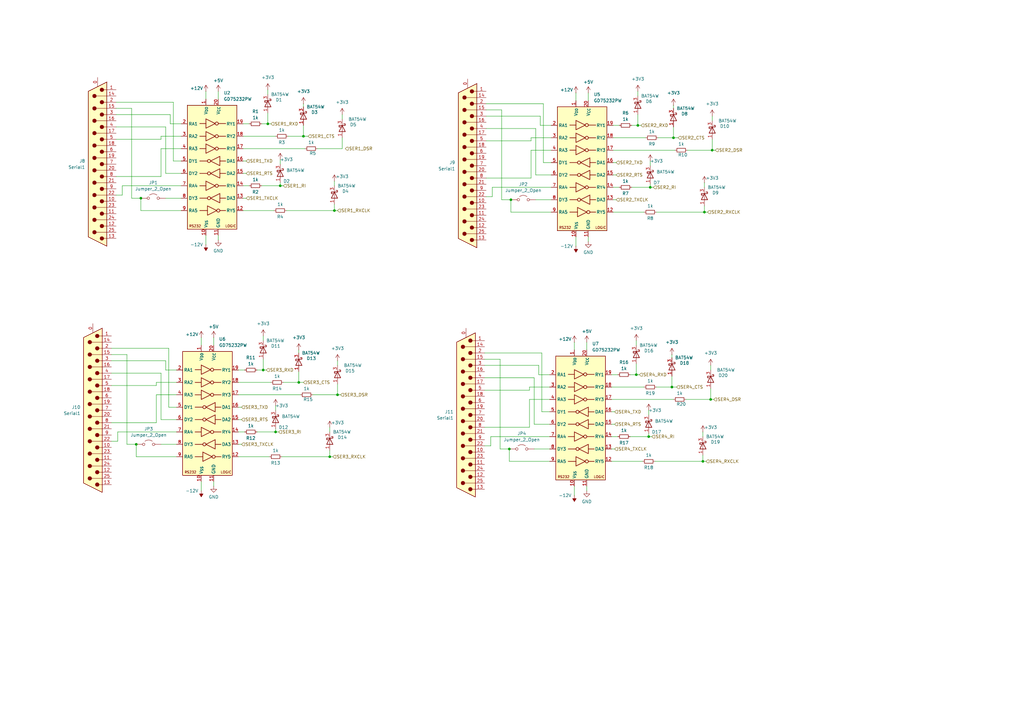
<source format=kicad_sch>
(kicad_sch (version 20231120) (generator "eeschema") (generator_version "8.0")
  (paper "A3")
  (lib_symbols
    (symbol "Connector:DB25_Plug_MountingHoles" (pin_names (offset 1.016) hide)
      (property "Reference" "J" (at 0 36.83 0))
      (property "Value" "DB25_Plug_MountingHoles" (at 0 34.925 0))
      (symbol "DB25_Plug_MountingHoles_0_1"
        (circle (center -1.778 -30.48) (radius 0.762) (fill (type outline)))
        (circle (center -1.778 -25.4) (radius 0.762) (fill (type outline)))
        (circle (center -1.778 -20.32) (radius 0.762) (fill (type outline)))
        (circle (center -1.778 -15.24) (radius 0.762) (fill (type outline)))
        (circle (center -1.778 -10.16) (radius 0.762) (fill (type outline)))
        (circle (center -1.778 -5.08) (radius 0.762) (fill (type outline)))
        (circle (center -1.778 0) (radius 0.762) (fill (type outline)))
        (circle (center -1.778 5.08) (radius 0.762) (fill (type outline)))
        (circle (center -1.778 10.16) (radius 0.762) (fill (type outline)))
        (circle (center -1.778 15.24) (radius 0.762) (fill (type outline)))
        (circle (center -1.778 20.32) (radius 0.762) (fill (type outline)))
        (circle (center -1.778 25.4) (radius 0.762) (fill (type outline)))
        (circle (center -1.778 30.48) (radius 0.762) (fill (type outline)))
        (polyline (pts (xy -3.81 -30.48) (xy -2.54 -30.48)))
        (polyline (pts (xy -3.81 -27.94) (xy 0.508 -27.94)))
        (polyline (pts (xy -3.81 -25.4) (xy -2.54 -25.4)))
        (polyline (pts (xy -3.81 -22.86) (xy 0.508 -22.86)))
        (polyline (pts (xy -3.81 -20.32) (xy -2.54 -20.32)))
        (polyline (pts (xy -3.81 -17.78) (xy 0.508 -17.78)))
        (polyline (pts (xy -3.81 -15.24) (xy -2.54 -15.24)))
        (polyline (pts (xy -3.81 -12.7) (xy 0.508 -12.7)))
        (polyline (pts (xy -3.81 -10.16) (xy -2.54 -10.16)))
        (polyline (pts (xy -3.81 -7.62) (xy 0.508 -7.62)))
        (polyline (pts (xy -3.81 -5.08) (xy -2.54 -5.08)))
        (polyline (pts (xy -3.81 -2.54) (xy 0.508 -2.54)))
        (polyline (pts (xy -3.81 0) (xy -2.54 0)))
        (polyline (pts (xy -3.81 2.54) (xy 0.508 2.54)))
        (polyline (pts (xy -3.81 5.08) (xy -2.54 5.08)))
        (polyline (pts (xy -3.81 7.62) (xy 0.508 7.62)))
        (polyline (pts (xy -3.81 10.16) (xy -2.54 10.16)))
        (polyline (pts (xy -3.81 12.7) (xy 0.508 12.7)))
        (polyline (pts (xy -3.81 15.24) (xy -2.54 15.24)))
        (polyline (pts (xy -3.81 17.78) (xy 0.508 17.78)))
        (polyline (pts (xy -3.81 20.32) (xy -2.54 20.32)))
        (polyline (pts (xy -3.81 22.86) (xy 0.508 22.86)))
        (polyline (pts (xy -3.81 25.4) (xy -2.54 25.4)))
        (polyline (pts (xy -3.81 27.94) (xy 0.508 27.94)))
        (polyline (pts (xy -3.81 30.48) (xy -2.54 30.48)))
        (polyline (pts (xy -3.81 -33.655) (xy 3.81 -29.845) (xy 3.81 29.845) (xy -3.81 33.655) (xy -3.81 -33.655)) (stroke (width 0.254)) (fill (type background)))
        (circle (center 1.27 -27.94) (radius 0.762) (fill (type outline)))
        (circle (center 1.27 -22.86) (radius 0.762) (fill (type outline)))
        (circle (center 1.27 -17.78) (radius 0.762) (fill (type outline)))
        (circle (center 1.27 -12.7) (radius 0.762) (fill (type outline)))
        (circle (center 1.27 -7.62) (radius 0.762) (fill (type outline)))
        (circle (center 1.27 -2.54) (radius 0.762) (fill (type outline)))
        (circle (center 1.27 2.54) (radius 0.762) (fill (type outline)))
        (circle (center 1.27 7.62) (radius 0.762) (fill (type outline)))
        (circle (center 1.27 12.7) (radius 0.762) (fill (type outline)))
        (circle (center 1.27 17.78) (radius 0.762) (fill (type outline)))
        (circle (center 1.27 22.86) (radius 0.762) (fill (type outline)))
        (circle (center 1.27 27.94) (radius 0.762) (fill (type outline)))
      )
      (symbol "DB25_Plug_MountingHoles_1_1"
        (pin passive line (at 0 -35.56 90) (length 3.81) (name "PAD") (number "0"))
        (pin passive line (at -7.62 -30.48 0) (length 3.81) (name "1") (number "1"))
        (pin passive line (at -7.62 15.24 0) (length 3.81) (name "10") (number "10"))
        (pin passive line (at -7.62 20.32 0) (length 3.81) (name "11") (number "11"))
        (pin passive line (at -7.62 25.4 0) (length 3.81) (name "12") (number "12"))
        (pin passive line (at -7.62 30.48 0) (length 3.81) (name "13") (number "13"))
        (pin passive line (at -7.62 -27.94 0) (length 3.81) (name "P14") (number "14"))
        (pin passive line (at -7.62 -22.86 0) (length 3.81) (name "P15") (number "15"))
        (pin passive line (at -7.62 -17.78 0) (length 3.81) (name "P16") (number "16"))
        (pin passive line (at -7.62 -12.7 0) (length 3.81) (name "P17") (number "17"))
        (pin passive line (at -7.62 -7.62 0) (length 3.81) (name "P18") (number "18"))
        (pin passive line (at -7.62 -2.54 0) (length 3.81) (name "P19") (number "19"))
        (pin passive line (at -7.62 -25.4 0) (length 3.81) (name "2") (number "2"))
        (pin passive line (at -7.62 2.54 0) (length 3.81) (name "P20") (number "20"))
        (pin passive line (at -7.62 7.62 0) (length 3.81) (name "P21") (number "21"))
        (pin passive line (at -7.62 12.7 0) (length 3.81) (name "P22") (number "22"))
        (pin passive line (at -7.62 17.78 0) (length 3.81) (name "P23") (number "23"))
        (pin passive line (at -7.62 22.86 0) (length 3.81) (name "P24") (number "24"))
        (pin passive line (at -7.62 27.94 0) (length 3.81) (name "P25") (number "25"))
        (pin passive line (at -7.62 -20.32 0) (length 3.81) (name "3") (number "3"))
        (pin passive line (at -7.62 -15.24 0) (length 3.81) (name "4") (number "4"))
        (pin passive line (at -7.62 -10.16 0) (length 3.81) (name "5") (number "5"))
        (pin passive line (at -7.62 -5.08 0) (length 3.81) (name "6") (number "6"))
        (pin passive line (at -7.62 0 0) (length 3.81) (name "7") (number "7"))
        (pin passive line (at -7.62 5.08 0) (length 3.81) (name "8") (number "8"))
        (pin passive line (at -7.62 10.16 0) (length 3.81) (name "9") (number "9"))
      )
    )
    (symbol "Device:R_Small" (pin_numbers hide) (pin_names (offset 0.254) hide)
      (property "Reference" "R" (at 0.762 0.508 0))
      (property "Value" "R_Small" (at 0.762 -1.016 0))
      (symbol "R_Small_0_1"
        (rectangle (start -0.762 1.778) (end 0.762 -1.778) (stroke (width 0.2032)))
      )
      (symbol "R_Small_1_1"
        (pin passive line (at 0 2.54 270) (length 0.762) (name "~") (number "1"))
        (pin passive line (at 0 -2.54 90) (length 0.762) (name "~") (number "2"))
      )
    )
    (symbol "Diode:BAT54W" (pin_names (offset 1.016) hide)
      (property "Reference" "D" (at 0 2.54 0))
      (property "Value" "BAT54W" (at 0 -2.54 0))
      (symbol "BAT54W_0_1"
        (polyline (pts (xy 1.27 0) (xy -1.27 0)))
        (polyline (pts (xy 1.27 1.27) (xy 1.27 -1.27) (xy -1.27 0) (xy 1.27 1.27)) (stroke (width 0.254)))
        (polyline (pts (xy -1.905 0.635) (xy -1.905 1.27) (xy -1.27 1.27) (xy -1.27 -1.27) (xy -0.635 -1.27) (xy -0.635 -0.635)) (stroke (width 0.254)))
      )
      (symbol "BAT54W_1_1"
        (pin passive line (at 3.81 0 180) (length 2.54) (name "A") (number "1"))
        (pin no_connect line (at 0 0 90) (length 2.54) hide (name "NC") (number "2"))
        (pin passive line (at -3.81 0 0) (length 2.54) (name "K") (number "3"))
      )
    )
    (symbol "Interface_UART:GD75232PW"
      (property "Reference" "U" (at 8.89 29.21 0))
      (property "Value" "GD75232PW" (at 3.81 26.67 0))
      (symbol "GD75232PW_0_0"
        (text "LOGIC" (at 7.62 -24.13 0) (effects (font (size 1 1))))
        (text "RS232" (at -6.985 -24.13 0) (effects (font (size 1 1))))
        (pin output line (at 12.7 7.62 180) (length 2.54) (name "RY3") (number "17"))
        (pin output line (at 12.7 12.7 180) (length 2.54) (name "RY2") (number "18"))
        (pin output line (at 12.7 17.78 180) (length 2.54) (name "RY1") (number "19"))
        (pin power_in line (at 2.54 27.94 270) (length 2.54) (name "V_{CC}") (number "20"))
      )
      (symbol "GD75232PW_0_1"
        (rectangle (start -10.16 25.4) (end 10.16 -25.4) (stroke (width 0.254)) (fill (type background)))
        (circle (center -1.27 -12.7) (radius 0.635) (stroke (width 0.254)))
        (circle (center -1.27 -2.54) (radius 0.635) (stroke (width 0.254)))
        (circle (center -1.27 2.54) (radius 0.635) (stroke (width 0.254)))
        (polyline (pts (xy -5.08 -17.78) (xy -1.905 -17.78)) (stroke (width 0.254)))
        (polyline (pts (xy -2.54 -7.62) (xy -5.08 -7.62)) (stroke (width 0.254)))
        (polyline (pts (xy -2.54 7.62) (xy -5.08 7.62)) (stroke (width 0.254)))
        (polyline (pts (xy -2.54 12.7) (xy -5.08 12.7)) (stroke (width 0.254)))
        (polyline (pts (xy -2.54 17.907) (xy -5.08 17.907)) (stroke (width 0.254)))
        (polyline (pts (xy -1.905 -12.7) (xy -5.08 -12.7)) (stroke (width 0.254)))
        (polyline (pts (xy -1.905 -2.54) (xy -5.08 -2.54)) (stroke (width 0.254)))
        (polyline (pts (xy -1.905 2.54) (xy -5.08 2.54)) (stroke (width 0.254)))
        (polyline (pts (xy 2.54 -7.62) (xy 5.588 -7.62)) (stroke (width 0.254)))
        (polyline (pts (xy 2.54 7.62) (xy 5.588 7.62)) (stroke (width 0.254)))
        (polyline (pts (xy 2.54 12.7) (xy 5.588 12.7)) (stroke (width 0.254)))
        (polyline (pts (xy 2.54 17.907) (xy 5.588 17.907)) (stroke (width 0.254)))
        (polyline (pts (xy 3.175 -17.78) (xy 5.588 -17.78)) (stroke (width 0.254)))
        (polyline (pts (xy 3.175 -12.7) (xy 5.588 -12.7)) (stroke (width 0.254)))
        (polyline (pts (xy 3.175 -2.54) (xy 5.588 -2.54)) (stroke (width 0.254)))
        (polyline (pts (xy 3.175 2.54) (xy 5.588 2.54)) (stroke (width 0.254)))
        (polyline (pts (xy -2.54 -5.715) (xy -2.54 -9.525) (xy 1.27 -7.62) (xy -2.54 -5.715)) (stroke (width 0.254)))
        (polyline (pts (xy -2.54 9.525) (xy -2.54 5.715) (xy 1.27 7.62) (xy -2.54 9.525)) (stroke (width 0.254)))
        (polyline (pts (xy -2.54 14.605) (xy -2.54 10.795) (xy 1.27 12.7) (xy -2.54 14.605)) (stroke (width 0.254)))
        (polyline (pts (xy -2.54 19.812) (xy -2.54 16.002) (xy 1.27 17.907) (xy -2.54 19.812)) (stroke (width 0.254)))
        (polyline (pts (xy -1.905 -15.875) (xy -1.905 -19.685) (xy 1.905 -17.78) (xy -1.905 -15.875)) (stroke (width 0.254)))
        (polyline (pts (xy 3.175 -10.795) (xy 3.175 -14.605) (xy -0.635 -12.7) (xy 3.175 -10.795)) (stroke (width 0.254)))
        (polyline (pts (xy 3.175 -0.635) (xy 3.175 -4.445) (xy -0.635 -2.54) (xy 3.175 -0.635)) (stroke (width 0.254)))
        (polyline (pts (xy 3.175 4.445) (xy 3.175 0.635) (xy -0.635 2.54) (xy 3.175 4.445)) (stroke (width 0.254)))
        (circle (center 1.905 -7.62) (radius 0.635) (stroke (width 0.254)))
        (circle (center 1.905 7.62) (radius 0.635) (stroke (width 0.254)))
        (circle (center 1.905 12.7) (radius 0.635) (stroke (width 0.254)))
        (circle (center 1.905 17.907) (radius 0.635) (stroke (width 0.254)))
        (circle (center 2.54 -17.78) (radius 0.635) (stroke (width 0.254)))
      )
      (symbol "GD75232PW_1_1"
        (pin power_in line (at -2.54 27.94 270) (length 2.54) (name "V_{DD}") (number "1"))
        (pin power_in line (at -2.54 -27.94 90) (length 2.54) (name "V_{SS}") (number "10"))
        (pin power_in line (at 2.54 -27.94 90) (length 2.54) (name "GND") (number "11"))
        (pin output line (at 12.7 -17.78 180) (length 2.54) (name "RY5") (number "12"))
        (pin input line (at 12.7 -12.7 180) (length 2.54) (name "DA3") (number "13"))
        (pin output line (at 12.7 -7.62 180) (length 2.54) (name "RY4") (number "14"))
        (pin input line (at 12.7 -2.54 180) (length 2.54) (name "DA2") (number "15"))
        (pin input line (at 12.7 2.54 180) (length 2.54) (name "DA1") (number "16"))
        (pin input line (at -12.7 17.78 0) (length 2.54) (name "RA1") (number "2"))
        (pin input line (at -12.7 12.7 0) (length 2.54) (name "RA2") (number "3"))
        (pin input line (at -12.7 7.62 0) (length 2.54) (name "RA3") (number "4"))
        (pin output line (at -12.7 2.54 0) (length 2.54) (name "DY1") (number "5"))
        (pin output line (at -12.7 -2.54 0) (length 2.54) (name "DY2") (number "6"))
        (pin input line (at -12.7 -7.62 0) (length 2.54) (name "RA4") (number "7"))
        (pin output line (at -12.7 -12.7 0) (length 2.54) (name "DY3") (number "8"))
        (pin input line (at -12.7 -17.78 0) (length 2.54) (name "RA5") (number "9"))
      )
    )
    (symbol "Jumper:Jumper_2_Open" (pin_numbers hide) (pin_names (offset 0) hide) (exclude_from_sim yes)
      (property "Reference" "JP" (at 0 2.794 0))
      (property "Value" "Jumper_2_Open" (at 0 -2.286 0))
      (symbol "Jumper_2_Open_0_0"
        (circle (center -2.032 0) (radius 0.508))
        (circle (center 2.032 0) (radius 0.508))
      )
      (symbol "Jumper_2_Open_0_1"
        (arc (start 1.524 1.27) (mid 0 1.778) (end -1.524 1.27))
      )
      (symbol "Jumper_2_Open_1_1"
        (pin passive line (at -5.08 0 0) (length 2.54) (name "A") (number "1"))
        (pin passive line (at 5.08 0 180) (length 2.54) (name "B") (number "2"))
      )
    )
    (symbol "power:+12V" (power) (pin_numbers hide) (pin_names (offset 0) hide)
      (property "Value" "+12V" (at 0 3.556 0))
      (symbol "+12V_0_1"
        (polyline (pts (xy -0.762 1.27) (xy 0 2.54)))
        (polyline (pts (xy 0 0) (xy 0 2.54)))
        (polyline (pts (xy 0 2.54) (xy 0.762 1.27)))
      )
      (symbol "+12V_1_1"
        (pin power_in line (at 0 0 90) (length 0) (name "~") (number "1"))
      )
    )
    (symbol "power:+3V3" (power) (pin_numbers hide) (pin_names (offset 0) hide)
      (property "Value" "+3V3" (at 0 3.556 0))
      (symbol "+3V3_0_1"
        (polyline (pts (xy -0.762 1.27) (xy 0 2.54)))
        (polyline (pts (xy 0 0) (xy 0 2.54)))
        (polyline (pts (xy 0 2.54) (xy 0.762 1.27)))
      )
      (symbol "+3V3_1_1"
        (pin power_in line (at 0 0 90) (length 0) (name "~") (number "1"))
      )
    )
    (symbol "power:+5V" (power) (pin_numbers hide) (pin_names (offset 0) hide)
      (property "Value" "+5V" (at 0 3.556 0))
      (symbol "+5V_0_1"
        (polyline (pts (xy -0.762 1.27) (xy 0 2.54)))
        (polyline (pts (xy 0 0) (xy 0 2.54)))
        (polyline (pts (xy 0 2.54) (xy 0.762 1.27)))
      )
      (symbol "+5V_1_1"
        (pin power_in line (at 0 0 90) (length 0) (name "~") (number "1"))
      )
    )
    (symbol "power:-12V" (power) (pin_numbers hide) (pin_names (offset 0) hide)
      (property "Value" "-12V" (at 0 3.556 0))
      (symbol "-12V_0_0"
        (pin power_in line (at 0 0 90) (length 0) (name "~") (number "1"))
      )
      (symbol "-12V_0_1"
        (polyline (pts (xy 0 0) (xy 0 1.27) (xy 0.762 1.27) (xy 0 2.54) (xy -0.762 1.27) (xy 0 1.27)) (fill (type outline)))
      )
    )
    (symbol "power:GND" (power) (pin_numbers hide) (pin_names (offset 0) hide)
      (property "Value" "GND" (at 0 -3.81 0))
      (symbol "GND_0_1"
        (polyline (pts (xy 0 0) (xy 0 -1.27) (xy 1.27 -1.27) (xy 0 -2.54) (xy -1.27 -1.27) (xy 0 -1.27)))
      )
      (symbol "GND_1_1"
        (pin power_in line (at 0 0 270) (length 0) (name "~") (number "1"))
      )
    )
  )
  (junction (at 288.925 86.995))
  (junction (at 288.29 189.23))
  (junction (at 291.465 163.83))
  (junction (at 261.62 51.435))
  (junction (at 137.16 86.36))
  (junction (at 292.1 61.595))
  (junction (at 276.225 56.515))
  (junction (at 266.7 76.835))
  (junction (at 275.59 158.75))
  (junction (at 122.555 156.845))
  (junction (at 135.255 187.325))
  (junction (at 114.935 76.2))
  (junction (at 57.785 81.28))
  (junction (at 107.95 151.765))
  (junction (at 260.985 153.67))
  (junction (at 109.855 50.8))
  (junction (at 266.065 179.07))
  (junction (at 113.03 177.165))
  (junction (at 209.55 81.915))
  (junction (at 124.46 55.88))
  (junction (at 208.915 184.15))
  (junction (at 55.88 182.245))
  (junction (at 138.43 161.925))
  (wire (pts (xy 113.03 177.165) (xy 113.03 175.895)))
  (wire (pts (xy 219.71 52.705) (xy 199.39 52.705)))
  (wire (pts (xy 291.465 149.86) (xy 291.465 151.765)))
  (wire (pts (xy 217.17 160.02) (xy 217.17 158.75)))
  (wire (pts (xy 225.425 173.99) (xy 219.075 173.99)))
  (wire (pts (xy 251.46 61.595) (xy 276.86 61.595)))
  (wire (pts (xy 209.55 86.995) (xy 209.55 81.915)))
  (wire (pts (xy 288.925 86.995) (xy 288.925 84.455)))
  (wire (pts (xy 113.03 177.165) (xy 114.3 177.165)))
  (wire (pts (xy 99.695 50.8) (xy 102.235 50.8)))
  (wire (pts (xy 251.46 66.675) (xy 252.73 66.675)))
  (wire (pts (xy 275.59 145.415) (xy 275.59 146.685)))
  (wire (pts (xy 105.41 151.765) (xy 107.95 151.765)))
  (wire (pts (xy 269.24 158.75) (xy 275.59 158.75)))
  (wire (pts (xy 74.295 66.04) (xy 71.12 66.04)))
  (wire (pts (xy 97.79 167.005) (xy 99.06 167.005)))
  (wire (pts (xy 137.16 86.36) (xy 137.16 83.82)))
  (wire (pts (xy 220.98 153.67) (xy 225.425 153.67)))
  (wire (pts (xy 205.74 45.085) (xy 205.74 81.915)))
  (wire (pts (xy 241.3 97.155) (xy 241.3 99.06)))
  (wire (pts (xy 107.315 76.2) (xy 114.935 76.2)))
  (wire (pts (xy 66.04 57.15) (xy 66.04 55.88)))
  (wire (pts (xy 269.875 56.515) (xy 276.225 56.515)))
  (wire (pts (xy 97.79 182.245) (xy 99.06 182.245)))
  (wire (pts (xy 105.41 177.165) (xy 113.03 177.165)))
  (wire (pts (xy 45.72 147.955) (xy 67.945 147.955)))
  (wire (pts (xy 276.225 56.515) (xy 276.225 52.07)))
  (wire (pts (xy 217.805 73.025) (xy 217.805 61.595)))
  (wire (pts (xy 221.615 47.625) (xy 221.615 51.435)))
  (wire (pts (xy 114.935 65.405) (xy 114.935 67.31)))
  (wire (pts (xy 66.04 182.245) (xy 72.39 182.245)))
  (wire (pts (xy 48.26 180.975) (xy 45.72 180.975)))
  (wire (pts (xy 109.855 36.83) (xy 109.855 38.735)))
  (wire (pts (xy 99.695 55.88) (xy 113.03 55.88)))
  (wire (pts (xy 241.3 38.1) (xy 241.3 41.275)))
  (wire (pts (xy 208.915 189.23) (xy 208.915 184.15)))
  (wire (pts (xy 250.825 158.75) (xy 264.16 158.75)))
  (wire (pts (xy 50.165 76.2) (xy 50.165 80.01)))
  (wire (pts (xy 236.22 97.155) (xy 236.22 100.965)))
  (wire (pts (xy 99.695 81.28) (xy 100.965 81.28)))
  (wire (pts (xy 266.7 76.835) (xy 267.97 76.835)))
  (wire (pts (xy 124.46 55.88) (xy 126.365 55.88)))
  (wire (pts (xy 118.11 55.88) (xy 124.46 55.88)))
  (wire (pts (xy 288.29 189.23) (xy 268.605 189.23)))
  (wire (pts (xy 219.71 71.755) (xy 219.71 52.705)))
  (wire (pts (xy 199.39 73.025) (xy 217.805 73.025)))
  (wire (pts (xy 266.065 179.07) (xy 267.335 179.07)))
  (wire (pts (xy 288.29 189.23) (xy 288.29 186.69)))
  (wire (pts (xy 97.79 177.165) (xy 100.33 177.165)))
  (wire (pts (xy 97.79 156.845) (xy 111.125 156.845)))
  (wire (pts (xy 57.785 86.36) (xy 74.295 86.36)))
  (wire (pts (xy 281.305 163.83) (xy 291.465 163.83)))
  (wire (pts (xy 55.88 187.325) (xy 55.88 182.245)))
  (wire (pts (xy 71.12 66.04) (xy 71.12 41.91)))
  (wire (pts (xy 48.26 177.165) (xy 48.26 180.975)))
  (wire (pts (xy 259.08 76.835) (xy 266.7 76.835)))
  (wire (pts (xy 288.925 74.93) (xy 288.925 76.835)))
  (wire (pts (xy 276.225 56.515) (xy 278.13 56.515)))
  (wire (pts (xy 52.07 182.245) (xy 55.88 182.245)))
  (wire (pts (xy 258.445 153.67) (xy 260.985 153.67)))
  (wire (pts (xy 138.43 161.925) (xy 138.43 157.48)))
  (wire (pts (xy 64.135 156.845) (xy 72.39 156.845)))
  (wire (pts (xy 260.985 153.67) (xy 260.985 149.225)))
  (wire (pts (xy 84.455 37.465) (xy 84.455 40.64)))
  (wire (pts (xy 209.55 86.995) (xy 226.06 86.995)))
  (wire (pts (xy 236.22 38.1) (xy 236.22 41.275)))
  (wire (pts (xy 97.79 187.325) (xy 110.49 187.325)))
  (wire (pts (xy 45.72 173.355) (xy 64.135 173.355)))
  (wire (pts (xy 199.39 47.625) (xy 221.615 47.625)))
  (wire (pts (xy 47.625 44.45) (xy 53.975 44.45)))
  (wire (pts (xy 97.79 151.765) (xy 100.33 151.765)))
  (wire (pts (xy 122.555 156.845) (xy 124.46 156.845)))
  (wire (pts (xy 201.295 182.88) (xy 198.755 182.88)))
  (wire (pts (xy 67.945 151.765) (xy 72.39 151.765)))
  (wire (pts (xy 116.205 156.845) (xy 122.555 156.845)))
  (wire (pts (xy 292.1 61.595) (xy 292.1 57.15)))
  (wire (pts (xy 205.105 184.15) (xy 208.915 184.15)))
  (wire (pts (xy 67.945 71.12) (xy 67.945 52.07)))
  (wire (pts (xy 66.04 55.88) (xy 74.295 55.88)))
  (wire (pts (xy 67.945 52.07) (xy 47.625 52.07)))
  (wire (pts (xy 219.075 184.15) (xy 225.425 184.15)))
  (wire (pts (xy 64.135 161.925) (xy 72.39 161.925)))
  (wire (pts (xy 201.93 76.835) (xy 201.93 80.645)))
  (wire (pts (xy 66.04 172.085) (xy 66.04 153.035)))
  (wire (pts (xy 107.315 50.8) (xy 109.855 50.8)))
  (wire (pts (xy 114.935 76.2) (xy 114.935 74.93)))
  (wire (pts (xy 137.16 74.295) (xy 137.16 76.2)))
  (wire (pts (xy 66.04 60.96) (xy 74.295 60.96)))
  (wire (pts (xy 107.95 137.795) (xy 107.95 139.7)))
  (wire (pts (xy 275.59 158.75) (xy 275.59 154.305)))
  (wire (pts (xy 198.755 147.32) (xy 205.105 147.32)))
  (wire (pts (xy 138.43 147.955) (xy 138.43 149.86)))
  (wire (pts (xy 251.46 81.915) (xy 252.73 81.915)))
  (wire (pts (xy 281.94 61.595) (xy 292.1 61.595)))
  (wire (pts (xy 99.695 86.36) (xy 112.395 86.36)))
  (wire (pts (xy 251.46 56.515) (xy 264.795 56.515)))
  (wire (pts (xy 219.71 81.915) (xy 226.06 81.915)))
  (wire (pts (xy 235.585 140.335) (xy 235.585 143.51)))
  (wire (pts (xy 201.295 179.07) (xy 225.425 179.07)))
  (wire (pts (xy 135.255 187.325) (xy 136.525 187.325)))
  (wire (pts (xy 201.295 179.07) (xy 201.295 182.88)))
  (wire (pts (xy 107.95 151.765) (xy 109.22 151.765)))
  (wire (pts (xy 266.7 76.835) (xy 266.7 75.565)))
  (wire (pts (xy 89.535 96.52) (xy 89.535 98.425)))
  (wire (pts (xy 69.85 46.99) (xy 69.85 50.8)))
  (wire (pts (xy 130.175 60.96) (xy 140.335 60.96)))
  (wire (pts (xy 220.98 149.86) (xy 220.98 153.67)))
  (wire (pts (xy 140.335 60.96) (xy 140.335 56.515)))
  (wire (pts (xy 201.93 80.645) (xy 199.39 80.645)))
  (wire (pts (xy 217.805 61.595) (xy 226.06 61.595)))
  (wire (pts (xy 74.295 71.12) (xy 67.945 71.12)))
  (wire (pts (xy 235.585 199.39) (xy 235.585 203.2)))
  (wire (pts (xy 64.135 158.115) (xy 64.135 156.845)))
  (wire (pts (xy 137.16 86.36) (xy 138.43 86.36)))
  (wire (pts (xy 250.825 153.67) (xy 253.365 153.67)))
  (wire (pts (xy 135.255 175.26) (xy 135.255 177.165)))
  (wire (pts (xy 135.255 187.325) (xy 115.57 187.325)))
  (wire (pts (xy 251.46 71.755) (xy 252.73 71.755)))
  (wire (pts (xy 288.925 86.995) (xy 290.195 86.995)))
  (wire (pts (xy 205.105 147.32) (xy 205.105 184.15)))
  (wire (pts (xy 251.46 51.435) (xy 254 51.435)))
  (wire (pts (xy 222.25 168.91) (xy 222.25 144.78)))
  (wire (pts (xy 198.755 149.86) (xy 220.98 149.86)))
  (wire (pts (xy 225.425 168.91) (xy 222.25 168.91)))
  (wire (pts (xy 266.065 168.275) (xy 266.065 170.18)))
  (wire (pts (xy 138.43 161.925) (xy 139.7 161.925)))
  (wire (pts (xy 55.88 187.325) (xy 72.39 187.325)))
  (wire (pts (xy 201.93 76.835) (xy 226.06 76.835)))
  (wire (pts (xy 89.535 37.465) (xy 89.535 40.64)))
  (wire (pts (xy 288.29 177.165) (xy 288.29 179.07)))
  (wire (pts (xy 250.825 168.91) (xy 252.095 168.91)))
  (wire (pts (xy 250.825 189.23) (xy 263.525 189.23)))
  (wire (pts (xy 109.855 50.8) (xy 111.125 50.8)))
  (wire (pts (xy 250.825 184.15) (xy 252.095 184.15)))
  (wire (pts (xy 109.855 50.8) (xy 109.855 46.355)))
  (wire (pts (xy 291.465 163.83) (xy 292.735 163.83)))
  (wire (pts (xy 69.215 167.005) (xy 69.215 142.875)))
  (wire (pts (xy 260.985 153.67) (xy 262.255 153.67)))
  (wire (pts (xy 47.625 57.15) (xy 66.04 57.15)))
  (wire (pts (xy 222.885 42.545) (xy 199.39 42.545)))
  (wire (pts (xy 87.63 197.485) (xy 87.63 199.39)))
  (wire (pts (xy 219.075 154.94) (xy 198.755 154.94)))
  (wire (pts (xy 99.695 71.12) (xy 100.965 71.12)))
  (wire (pts (xy 276.225 43.18) (xy 276.225 44.45)))
  (wire (pts (xy 84.455 96.52) (xy 84.455 100.33)))
  (wire (pts (xy 99.695 76.2) (xy 102.235 76.2)))
  (wire (pts (xy 113.03 166.37) (xy 113.03 168.275)))
  (wire (pts (xy 87.63 138.43) (xy 87.63 141.605)))
  (wire (pts (xy 107.95 151.765) (xy 107.95 147.32)))
  (wire (pts (xy 217.17 175.26) (xy 217.17 163.83)))
  (wire (pts (xy 275.59 158.75) (xy 277.495 158.75)))
  (wire (pts (xy 122.555 156.845) (xy 122.555 152.4)))
  (wire (pts (xy 288.925 86.995) (xy 269.24 86.995)))
  (wire (pts (xy 291.465 163.83) (xy 291.465 159.385)))
  (wire (pts (xy 258.445 179.07) (xy 266.065 179.07)))
  (wire (pts (xy 47.625 46.99) (xy 69.85 46.99)))
  (wire (pts (xy 221.615 51.435) (xy 226.06 51.435)))
  (wire (pts (xy 140.335 46.99) (xy 140.335 48.895)))
  (wire (pts (xy 128.27 161.925) (xy 138.43 161.925)))
  (wire (pts (xy 72.39 172.085) (xy 66.04 172.085)))
  (wire (pts (xy 137.16 86.36) (xy 117.475 86.36)))
  (wire (pts (xy 82.55 197.485) (xy 82.55 201.295)))
  (wire (pts (xy 240.665 199.39) (xy 240.665 201.295)))
  (wire (pts (xy 217.805 56.515) (xy 226.06 56.515)))
  (wire (pts (xy 260.985 139.7) (xy 260.985 141.605)))
  (wire (pts (xy 67.945 81.28) (xy 74.295 81.28)))
  (wire (pts (xy 198.755 160.02) (xy 217.17 160.02)))
  (wire (pts (xy 57.785 86.36) (xy 57.785 81.28)))
  (wire (pts (xy 97.79 161.925) (xy 123.19 161.925)))
  (wire (pts (xy 217.17 158.75) (xy 225.425 158.75)))
  (wire (pts (xy 250.825 173.99) (xy 252.095 173.99)))
  (wire (pts (xy 292.1 47.625) (xy 292.1 49.53)))
  (wire (pts (xy 222.885 66.675) (xy 222.885 42.545)))
  (wire (pts (xy 114.935 76.2) (xy 116.205 76.2)))
  (wire (pts (xy 251.46 86.995) (xy 264.16 86.995)))
  (wire (pts (xy 288.29 189.23) (xy 289.56 189.23)))
  (wire (pts (xy 69.85 50.8) (xy 74.295 50.8)))
  (wire (pts (xy 50.165 76.2) (xy 74.295 76.2)))
  (wire (pts (xy 71.12 41.91) (xy 47.625 41.91)))
  (wire (pts (xy 53.975 44.45) (xy 53.975 81.28)))
  (wire (pts (xy 99.695 60.96) (xy 125.095 60.96)))
  (wire (pts (xy 198.755 175.26) (xy 217.17 175.26)))
  (wire (pts (xy 199.39 57.785) (xy 217.805 57.785)))
  (wire (pts (xy 251.46 76.835) (xy 254 76.835)))
  (wire (pts (xy 47.625 72.39) (xy 66.04 72.39)))
  (wire (pts (xy 222.25 144.78) (xy 198.755 144.78)))
  (wire (pts (xy 48.26 177.165) (xy 72.39 177.165)))
  (wire (pts (xy 226.06 71.755) (xy 219.71 71.755)))
  (wire (pts (xy 219.075 173.99) (xy 219.075 154.94)))
  (wire (pts (xy 45.72 145.415) (xy 52.07 145.415)))
  (wire (pts (xy 124.46 55.88) (xy 124.46 51.435)))
  (wire (pts (xy 72.39 167.005) (xy 69.215 167.005)))
  (wire (pts (xy 135.255 187.325) (xy 135.255 184.785)))
  (wire (pts (xy 261.62 51.435) (xy 261.62 46.99)))
  (wire (pts (xy 261.62 51.435) (xy 262.89 51.435)))
  (wire (pts (xy 53.975 81.28) (xy 57.785 81.28)))
  (wire (pts (xy 240.665 140.335) (xy 240.665 143.51)))
  (wire (pts (xy 259.08 51.435) (xy 261.62 51.435)))
  (wire (pts (xy 124.46 42.545) (xy 124.46 43.815)))
  (wire (pts (xy 217.17 163.83) (xy 225.425 163.83)))
  (wire (pts (xy 250.825 179.07) (xy 253.365 179.07)))
  (wire (pts (xy 266.065 179.07) (xy 266.065 177.8)))
  (wire (pts (xy 99.695 66.04) (xy 100.965 66.04)))
  (wire (pts (xy 45.72 158.115) (xy 64.135 158.115)))
  (wire (pts (xy 217.805 57.785) (xy 217.805 56.515)))
  (wire (pts (xy 226.06 66.675) (xy 222.885 66.675)))
  (wire (pts (xy 82.55 138.43) (xy 82.55 141.605)))
  (wire (pts (xy 97.79 172.085) (xy 99.06 172.085)))
  (wire (pts (xy 122.555 143.51) (xy 122.555 144.78)))
  (wire (pts (xy 52.07 145.415) (xy 52.07 182.245)))
  (wire (pts (xy 266.7 66.04) (xy 266.7 67.945)))
  (wire (pts (xy 261.62 37.465) (xy 261.62 39.37)))
  (wire (pts (xy 66.04 153.035) (xy 45.72 153.035)))
  (wire (pts (xy 199.39 45.085) (xy 205.74 45.085)))
  (wire (pts (xy 66.04 72.39) (xy 66.04 60.96)))
  (wire (pts (xy 64.135 173.355) (xy 64.135 161.925)))
  (wire (pts (xy 69.215 142.875) (xy 45.72 142.875)))
  (wire (pts (xy 50.165 80.01) (xy 47.625 80.01)))
  (wire (pts (xy 67.945 147.955) (xy 67.945 151.765)))
  (wire (pts (xy 250.825 163.83) (xy 276.225 163.83)))
  (wire (pts (xy 205.74 81.915) (xy 209.55 81.915)))
  (wire (pts (xy 292.1 61.595) (xy 293.37 61.595)))
  (wire (pts (xy 208.915 189.23) (xy 225.425 189.23)))
  (hierarchical_label "SER4_RTS" (shape input) (at 252.095 173.99 0))
  (hierarchical_label "SER3_TXD" (shape input) (at 99.06 167.005 0))
  (hierarchical_label "SER4_RXCLK" (shape input) (at 289.56 189.23 0))
  (hierarchical_label "SER1_TXCLK" (shape input) (at 100.965 81.28 0))
  (hierarchical_label "SER1_RXD" (shape input) (at 111.125 50.8 0))
  (hierarchical_label "SER1_TXD" (shape input) (at 100.965 66.04 0))
  (hierarchical_label "SER3_RTS" (shape input) (at 99.06 172.085 0))
  (hierarchical_label "SER4_RXD" (shape input) (at 262.255 153.67 0))
  (hierarchical_label "SER4_DSR" (shape input) (at 292.735 163.83 0))
  (hierarchical_label "SER3_RXD" (shape input) (at 109.22 151.765 0))
  (hierarchical_label "SER1_RXCLK" (shape input) (at 138.43 86.36 0))
  (hierarchical_label "SER2_RTS" (shape input) (at 252.73 71.755 0))
  (hierarchical_label "SER3_RI" (shape input) (at 114.3 177.165 0))
  (hierarchical_label "SER3_CTS" (shape input) (at 124.46 156.845 0))
  (hierarchical_label "SER4_CTS" (shape input) (at 277.495 158.75 0))
  (hierarchical_label "SER1_RTS" (shape input) (at 100.965 71.12 0))
  (hierarchical_label "SER1_DSR" (shape input) (at 141.605 60.96 0))
  (hierarchical_label "SER4_RI" (shape input) (at 267.335 179.07 0))
  (hierarchical_label "SER1_RI" (shape input) (at 116.205 76.2 0))
  (hierarchical_label "SER4_TXD" (shape input) (at 252.095 168.91 0))
  (hierarchical_label "SER2_RXD" (shape input) (at 262.89 51.435 0))
  (hierarchical_label "SER4_TXCLK" (shape input) (at 252.095 184.15 0))
  (hierarchical_label "SER2_DSR" (shape input) (at 293.37 61.595 0))
  (hierarchical_label "SER2_RI" (shape input) (at 267.97 76.835 0))
  (hierarchical_label "SER2_TXCLK" (shape input) (at 252.73 81.915 0))
  (hierarchical_label "SER1_CTS" (shape input) (at 126.365 55.88 0))
  (hierarchical_label "SER3_RXCLK" (shape input) (at 136.525 187.325 0))
  (hierarchical_label "SER2_RXCLK" (shape input) (at 290.195 86.995 0))
  (hierarchical_label "SER2_CTS" (shape input) (at 278.13 56.515 0))
  (hierarchical_label "SER2_TXD" (shape input) (at 252.73 66.675 0))
  (hierarchical_label "SER3_TXCLK" (shape input) (at 99.06 182.245 0))
  (hierarchical_label "SER3_DSR" (shape input) (at 139.7 161.925 0))
  (symbol (lib_id "power:+5V") (at 240.665 140.335 0) (unit 1)
    (property "Reference" "#PWR047" (effects (hide yes)))
    (property "Value" "+5V" (at 240.665 135.89 0))
    (property "Description" "Power symbol creates a global label with name \"+5V\"" (effects (hide yes)))
  )
  (symbol (lib_id "Diode:BAT54W") (at 122.555 148.59 270) (unit 1)
    (property "Reference" "D13" (at 125.73 147.0024 90) (effects (justify left)))
    (property "Value" "BAT54W" (at 123.825 144.78 90) (effects (justify left)))
    (property "Footprint" "Package_TO_SOT_SMD:SOT-323_SC-70" (effects (hide yes)))
    (property "Datasheet" "https://assets.nexperia.com/documents/data-sheet/BAT54W_SER.pdf" (effects (hide yes)))
    (property "Description" "Schottky barrier diode, SOT-323" (effects (hide yes)))
  )
  (symbol (lib_id "power:+3V3") (at 266.7 66.04 0) (unit 1)
    (property "Reference" "#PWR032" (effects (hide yes)))
    (property "Value" "+3V3" (at 269.24 66.04 0))
    (property "Description" "Power symbol creates a global label with name \"+3V3\"" (effects (hide yes)))
  )
  (symbol (lib_id "Diode:BAT54W") (at 288.29 182.88 270) (unit 1)
    (property "Reference" "D19" (at 291.465 181.2924 90) (effects (justify left)))
    (property "Value" "BAT54W" (at 289.56 179.07 90) (effects (justify left)))
    (property "Footprint" "Package_TO_SOT_SMD:SOT-323_SC-70" (effects (hide yes)))
    (property "Datasheet" "https://assets.nexperia.com/documents/data-sheet/BAT54W_SER.pdf" (effects (hide yes)))
    (property "Description" "Schottky barrier diode, SOT-323" (effects (hide yes)))
  )
  (symbol (lib_id "power:+12V") (at 82.55 138.43 0) (unit 1)
    (property "Reference" "#PWR036" (effects (hide yes)))
    (property "Value" "+12V" (at 78.74 137.16 0))
    (property "Description" "Power symbol creates a global label with name \"+12V\"" (effects (hide yes)))
  )
  (symbol (lib_id "power:+3V3") (at 113.03 166.37 0) (unit 1)
    (property "Reference" "#PWR041" (effects (hide yes)))
    (property "Value" "+3V3" (at 115.57 166.37 0))
    (property "Description" "Power symbol creates a global label with name \"+3V3\"" (effects (hide yes)))
  )
  (symbol (lib_id "Interface_UART:GD75232PW") (at 86.995 68.58 0) (unit 1)
    (property "Reference" "U2" (at 91.7291 38.1 0) (effects (justify left)))
    (property "Value" "GD75232PW" (at 91.7291 40.64 0) (effects (justify left)))
    (property "Footprint" "Package_SO:TSSOP-20_4.4x6.5mm_P0.65mm" (effects (hide yes)))
    (property "Datasheet" "http://www.ti.com/lit/ds/symlink/gd75232.pdf" (effects (hide yes)))
    (property "Description" "Multiple RS-232 Driver and Receiver, TSSOP-20" (effects (hide yes)))
  )
  (symbol (lib_id "power:+5V") (at 89.535 37.465 0) (unit 1)
    (property "Reference" "#PWR015" (effects (hide yes)))
    (property "Value" "+5V" (at 89.535 33.02 0))
    (property "Description" "Power symbol creates a global label with name \"+5V\"" (effects (hide yes)))
  )
  (symbol (lib_id "Device:R_Small") (at 104.775 50.8 90) (unit 1)
    (property "Reference" "R1" (at 104.775 45.72 90))
    (property "Value" "1k" (at 104.775 48.26 90))
    (property "Description" "Resistor, small symbol" (effects (hide yes)))
  )
  (symbol (lib_id "power:+3V3") (at 135.255 175.26 0) (unit 1)
    (property "Reference" "#PWR043" (effects (hide yes)))
    (property "Value" "+3V3" (at 138.43 173.355 0))
    (property "Description" "Power symbol creates a global label with name \"+3V3\"" (effects (hide yes)))
  )
  (symbol (lib_id "Interface_UART:GD75232PW") (at 238.125 171.45 0) (unit 1)
    (property "Reference" "U7" (at 242.8591 140.97 0) (effects (justify left)))
    (property "Value" "GD75232PW" (at 242.8591 143.51 0) (effects (justify left)))
    (property "Footprint" "Package_SO:TSSOP-20_4.4x6.5mm_P0.65mm" (effects (hide yes)))
    (property "Datasheet" "http://www.ti.com/lit/ds/symlink/gd75232.pdf" (effects (hide yes)))
    (property "Description" "Multiple RS-232 Driver and Receiver, TSSOP-20" (effects (hide yes)))
  )
  (symbol (lib_id "power:GND") (at 241.3 99.06 0) (unit 1)
    (property "Reference" "#PWR025" (effects (hide yes)))
    (property "Value" "GND" (at 241.3 103.505 0))
    (property "Description" "Power symbol creates a global label with name \"GND\" , ground" (effects (hide yes)))
  )
  (symbol (lib_id "Device:R_Small") (at 115.57 55.88 90) (unit 1)
    (property "Reference" "R3" (at 115.57 58.42 90))
    (property "Value" "1k" (at 115.57 53.34 90))
    (property "Description" "Resistor, small symbol" (effects (hide yes)))
  )
  (symbol (lib_id "power:+3V3") (at 114.935 65.405 0) (unit 1)
    (property "Reference" "#PWR018" (effects (hide yes)))
    (property "Value" "+3V3" (at 117.475 65.405 0))
    (property "Description" "Power symbol creates a global label with name \"+3V3\"" (effects (hide yes)))
  )
  (symbol (lib_id "Interface_UART:GD75232PW") (at 85.09 169.545 0) (unit 1)
    (property "Reference" "U6" (at 89.8241 139.065 0) (effects (justify left)))
    (property "Value" "GD75232PW" (at 89.8241 141.605 0) (effects (justify left)))
    (property "Footprint" "Package_SO:TSSOP-20_4.4x6.5mm_P0.65mm" (effects (hide yes)))
    (property "Datasheet" "http://www.ti.com/lit/ds/symlink/gd75232.pdf" (effects (hide yes)))
    (property "Description" "Multiple RS-232 Driver and Receiver, TSSOP-20" (effects (hide yes)))
  )
  (symbol (lib_id "power:+12V") (at 236.22 38.1 0) (unit 1)
    (property "Reference" "#PWR022" (effects (hide yes)))
    (property "Value" "+12V" (at 232.41 36.83 0))
    (property "Description" "Power symbol creates a global label with name \"+12V\"" (effects (hide yes)))
  )
  (symbol (lib_id "power:+3V3") (at 140.335 46.99 0) (unit 1)
    (property "Reference" "#PWR021" (effects (hide yes)))
    (property "Value" "+3V3" (at 140.335 41.91 0))
    (property "Description" "Power symbol creates a global label with name \"+3V3\"" (effects (hide yes)))
  )
  (symbol (lib_id "power:+3V3") (at 137.16 74.295 0) (unit 1)
    (property "Reference" "#PWR020" (effects (hide yes)))
    (property "Value" "+3V3" (at 140.335 72.39 0))
    (property "Description" "Power symbol creates a global label with name \"+3V3\"" (effects (hide yes)))
  )
  (symbol (lib_id "power:GND") (at 87.63 199.39 0) (unit 1)
    (property "Reference" "#PWR039" (effects (hide yes)))
    (property "Value" "GND" (at 87.63 203.835 0))
    (property "Description" "Power symbol creates a global label with name \"GND\" , ground" (effects (hide yes)))
  )
  (symbol (lib_id "Diode:BAT54W") (at 137.16 80.01 270) (unit 1)
    (property "Reference" "D4" (at 140.335 78.4224 90) (effects (justify left)))
    (property "Value" "BAT54W" (at 138.43 76.2 90) (effects (justify left)))
    (property "Footprint" "Package_TO_SOT_SMD:SOT-323_SC-70" (effects (hide yes)))
    (property "Datasheet" "https://assets.nexperia.com/documents/data-sheet/BAT54W_SER.pdf" (effects (hide yes)))
    (property "Description" "Schottky barrier diode, SOT-323" (effects (hide yes)))
  )
  (symbol (lib_id "power:+12V") (at 235.585 140.335 0) (unit 1)
    (property "Reference" "#PWR045" (effects (hide yes)))
    (property "Value" "+12V" (at 231.775 139.065 0))
    (property "Description" "Power symbol creates a global label with name \"+12V\"" (effects (hide yes)))
  )
  (symbol (lib_id "power:+3V3") (at 107.95 137.795 0) (unit 1)
    (property "Reference" "#PWR040" (effects (hide yes)))
    (property "Value" "+3V3" (at 107.95 132.715 0))
    (property "Description" "Power symbol creates a global label with name \"+3V3\"" (effects (hide yes)))
  )
  (symbol (lib_id "Diode:BAT54W") (at 260.985 145.415 270) (unit 1)
    (property "Reference" "D16" (at 264.16 143.8274 90) (effects (justify left)))
    (property "Value" "BAT54W" (at 262.255 141.605 90) (effects (justify left)))
    (property "Footprint" "Package_TO_SOT_SMD:SOT-323_SC-70" (effects (hide yes)))
    (property "Datasheet" "https://assets.nexperia.com/documents/data-sheet/BAT54W_SER.pdf" (effects (hide yes)))
    (property "Description" "Schottky barrier diode, SOT-323" (effects (hide yes)))
  )
  (symbol (lib_id "power:+3V3") (at 138.43 147.955 0) (unit 1)
    (property "Reference" "#PWR044" (effects (hide yes)))
    (property "Value" "+3V3" (at 138.43 142.875 0))
    (property "Description" "Power symbol creates a global label with name \"+3V3\"" (effects (hide yes)))
  )
  (symbol (lib_id "power:-12V") (at 235.585 203.2 180) (unit 1)
    (property "Reference" "#PWR046" (effects (hide yes)))
    (property "Value" "-12V" (at 231.775 203.2 0))
    (property "Description" "Power symbol creates a global label with name \"-12V\"" (effects (hide yes)))
  )
  (symbol (lib_id "power:+3V3") (at 122.555 143.51 0) (unit 1)
    (property "Reference" "#PWR042" (effects (hide yes)))
    (property "Value" "+3V3" (at 122.555 138.43 0))
    (property "Description" "Power symbol creates a global label with name \"+3V3\"" (effects (hide yes)))
  )
  (symbol (lib_id "Connector:DB25_Plug_MountingHoles") (at 191.77 67.945 180) (unit 1)
    (property "Reference" "J9" (at 186.69 66.6749 0) (effects (justify left)))
    (property "Value" "Serial1" (at 186.69 69.2149 0) (effects (justify left)))
    (property "Description" "25-pin male plug pin D-SUB connector, Mounting Hole" (effects (hide yes)))
  )
  (symbol (lib_id "power:-12V") (at 82.55 201.295 180) (unit 1)
    (property "Reference" "#PWR037" (effects (hide yes)))
    (property "Value" "-12V" (at 78.74 201.295 0))
    (property "Description" "Power symbol creates a global label with name \"-12V\"" (effects (hide yes)))
  )
  (symbol (lib_id "Jumper:Jumper_2_Open") (at 60.96 182.245 0) (unit 1) (exclude_from_sim yes)
    (property "Reference" "JP3" (at 60.96 175.895 0))
    (property "Value" "Jumper_2_Open" (at 60.96 178.435 0))
    (property "Description" "Jumper, 2-pole, open" (effects (hide yes)))
  )
  (symbol (lib_id "Diode:BAT54W") (at 291.465 155.575 270) (unit 1)
    (property "Reference" "D20" (at 294.64 153.9874 90) (effects (justify left)))
    (property "Value" "BAT54W" (at 294.005 151.765 90) (effects (justify left)))
    (property "Footprint" "Package_TO_SOT_SMD:SOT-323_SC-70" (effects (hide yes)))
    (property "Datasheet" "https://assets.nexperia.com/documents/data-sheet/BAT54W_SER.pdf" (effects (hide yes)))
    (property "Description" "Schottky barrier diode, SOT-323" (effects (hide yes)))
  )
  (symbol (lib_id "power:+5V") (at 241.3 38.1 0) (unit 1)
    (property "Reference" "#PWR024" (effects (hide yes)))
    (property "Value" "+5V" (at 241.3 33.655 0))
    (property "Description" "Power symbol creates a global label with name \"+5V\"" (effects (hide yes)))
  )
  (symbol (lib_id "power:-12V") (at 84.455 100.33 180) (unit 1)
    (property "Reference" "#PWR014" (effects (hide yes)))
    (property "Value" "-12V" (at 80.645 100.33 0))
    (property "Description" "Power symbol creates a global label with name \"-12V\"" (effects (hide yes)))
  )
  (symbol (lib_id "Diode:BAT54W") (at 266.7 71.755 270) (unit 1)
    (property "Reference" "D7" (at 267.97 74.93 90) (effects (justify left)))
    (property "Value" "BAT54W" (at 269.24 70.485 90) (effects (justify left)))
    (property "Footprint" "Package_TO_SOT_SMD:SOT-323_SC-70" (effects (hide yes)))
    (property "Datasheet" "https://assets.nexperia.com/documents/data-sheet/BAT54W_SER.pdf" (effects (hide yes)))
    (property "Description" "Schottky barrier diode, SOT-323" (effects (hide yes)))
  )
  (symbol (lib_id "power:+3V3") (at 288.29 177.165 0) (unit 1)
    (property "Reference" "#PWR052" (effects (hide yes)))
    (property "Value" "+3V3" (at 291.465 175.26 0))
    (property "Description" "Power symbol creates a global label with name \"+3V3\"" (effects (hide yes)))
  )
  (symbol (lib_id "Diode:BAT54W") (at 109.855 42.545 270) (unit 1)
    (property "Reference" "D1" (at 113.03 40.9574 90) (effects (justify left)))
    (property "Value" "BAT54W" (at 111.125 38.735 90) (effects (justify left)))
    (property "Footprint" "Package_TO_SOT_SMD:SOT-323_SC-70" (effects (hide yes)))
    (property "Datasheet" "https://assets.nexperia.com/documents/data-sheet/BAT54W_SER.pdf" (effects (hide yes)))
    (property "Description" "Schottky barrier diode, SOT-323" (effects (hide yes)))
  )
  (symbol (lib_id "Diode:BAT54W") (at 114.935 71.12 270) (unit 1)
    (property "Reference" "D2" (at 116.205 74.295 90) (effects (justify left)))
    (property "Value" "BAT54W" (at 117.475 69.85 90) (effects (justify left)))
    (property "Footprint" "Package_TO_SOT_SMD:SOT-323_SC-70" (effects (hide yes)))
    (property "Datasheet" "https://assets.nexperia.com/documents/data-sheet/BAT54W_SER.pdf" (effects (hide yes)))
    (property "Description" "Schottky barrier diode, SOT-323" (effects (hide yes)))
  )
  (symbol (lib_id "power:-12V") (at 236.22 100.965 180) (unit 1)
    (property "Reference" "#PWR023" (effects (hide yes)))
    (property "Value" "-12V" (at 232.41 100.965 0))
    (property "Description" "Power symbol creates a global label with name \"-12V\"" (effects (hide yes)))
  )
  (symbol (lib_id "power:+3V3") (at 275.59 145.415 0) (unit 1)
    (property "Reference" "#PWR051" (effects (hide yes)))
    (property "Value" "+3V3" (at 275.59 140.335 0))
    (property "Description" "Power symbol creates a global label with name \"+3V3\"" (effects (hide yes)))
  )
  (symbol (lib_id "power:+3V3") (at 292.1 47.625 0) (unit 1)
    (property "Reference" "#PWR035" (effects (hide yes)))
    (property "Value" "+3V3" (at 292.1 42.545 0))
    (property "Description" "Power symbol creates a global label with name \"+3V3\"" (effects (hide yes)))
  )
  (symbol (lib_id "power:GND") (at 240.665 201.295 0) (unit 1)
    (property "Reference" "#PWR048" (effects (hide yes)))
    (property "Value" "GND" (at 240.665 205.74 0))
    (property "Description" "Power symbol creates a global label with name \"GND\" , ground" (effects (hide yes)))
  )
  (symbol (lib_id "Device:R_Small") (at 102.87 177.165 90) (unit 1)
    (property "Reference" "R12" (at 102.87 179.705 90))
    (property "Value" "1k" (at 102.87 174.625 90))
    (property "Description" "Resistor, small symbol" (effects (hide yes)))
  )
  (symbol (lib_id "Connector:DB25_Plug_MountingHoles") (at 191.135 170.18 180) (unit 1)
    (property "Reference" "J11" (at 186.055 168.9099 0) (effects (justify left)))
    (property "Value" "Serial1" (at 186.055 171.4499 0) (effects (justify left)))
    (property "Description" "25-pin male plug pin D-SUB connector, Mounting Hole" (effects (hide yes)))
  )
  (symbol (lib_id "Interface_UART:GD75232PW") (at 238.76 69.215 0) (unit 1)
    (property "Reference" "U5" (at 243.4941 38.735 0) (effects (justify left)))
    (property "Value" "GD75232PW" (at 243.4941 41.275 0) (effects (justify left)))
    (property "Footprint" "Package_SO:TSSOP-20_4.4x6.5mm_P0.65mm" (effects (hide yes)))
    (property "Datasheet" "http://www.ti.com/lit/ds/symlink/gd75232.pdf" (effects (hide yes)))
    (property "Description" "Multiple RS-232 Driver and Receiver, TSSOP-20" (effects (hide yes)))
  )
  (symbol (lib_id "power:+3V3") (at 291.465 149.86 0) (unit 1)
    (property "Reference" "#PWR053" (effects (hide yes)))
    (property "Value" "+3V3" (at 291.465 144.78 0))
    (property "Description" "Power symbol creates a global label with name \"+3V3\"" (effects (hide yes)))
  )
  (symbol (lib_id "Diode:BAT54W") (at 124.46 47.625 270) (unit 1)
    (property "Reference" "D3" (at 127.635 46.0374 90) (effects (justify left)))
    (property "Value" "BAT54W" (at 125.73 43.815 90) (effects (justify left)))
    (property "Footprint" "Package_TO_SOT_SMD:SOT-323_SC-70" (effects (hide yes)))
    (property "Datasheet" "https://assets.nexperia.com/documents/data-sheet/BAT54W_SER.pdf" (effects (hide yes)))
    (property "Description" "Schottky barrier diode, SOT-323" (effects (hide yes)))
  )
  (symbol (lib_id "Diode:BAT54W") (at 261.62 43.18 270) (unit 1)
    (property "Reference" "D6" (at 264.795 41.5924 90) (effects (justify left)))
    (property "Value" "BAT54W" (at 262.89 39.37 90) (effects (justify left)))
    (property "Footprint" "Package_TO_SOT_SMD:SOT-323_SC-70" (effects (hide yes)))
    (property "Datasheet" "https://assets.nexperia.com/documents/data-sheet/BAT54W_SER.pdf" (effects (hide yes)))
    (property "Description" "Schottky barrier diode, SOT-323" (effects (hide yes)))
  )
  (symbol (lib_id "Diode:BAT54W") (at 140.335 52.705 270) (unit 1)
    (property "Reference" "D5" (at 143.51 51.1174 90) (effects (justify left)))
    (property "Value" "BAT54W" (at 142.875 48.895 90) (effects (justify left)))
    (property "Footprint" "Package_TO_SOT_SMD:SOT-323_SC-70" (effects (hide yes)))
    (property "Datasheet" "https://assets.nexperia.com/documents/data-sheet/BAT54W_SER.pdf" (effects (hide yes)))
    (property "Description" "Schottky barrier diode, SOT-323" (effects (hide yes)))
  )
  (symbol (lib_id "power:+3V3") (at 288.925 74.93 0) (unit 1)
    (property "Reference" "#PWR034" (effects (hide yes)))
    (property "Value" "+3V3" (at 292.1 73.025 0))
    (property "Description" "Power symbol creates a global label with name \"+3V3\"" (effects (hide yes)))
  )
  (symbol (lib_id "power:+5V") (at 87.63 138.43 0) (unit 1)
    (property "Reference" "#PWR038" (effects (hide yes)))
    (property "Value" "+5V" (at 87.63 133.985 0))
    (property "Description" "Power symbol creates a global label with name \"+5V\"" (effects (hide yes)))
  )
  (symbol (lib_id "power:GND") (at 89.535 98.425 0) (unit 1)
    (property "Reference" "#PWR016" (effects (hide yes)))
    (property "Value" "GND" (at 89.535 102.87 0))
    (property "Description" "Power symbol creates a global label with name \"GND\" , ground" (effects (hide yes)))
  )
  (symbol (lib_id "Device:R_Small") (at 278.765 163.83 90) (unit 1)
    (property "Reference" "R20" (at 279.4 165.735 90))
    (property "Value" "1k" (at 278.765 161.29 90))
    (property "Description" "Resistor, small symbol" (effects (hide yes)))
  )
  (symbol (lib_id "Device:R_Small") (at 114.935 86.36 90) (unit 1)
    (property "Reference" "R4" (at 114.935 88.9 90))
    (property "Value" "1k" (at 114.935 83.82 90))
    (property "Description" "Resistor, small symbol" (effects (hide yes)))
  )
  (symbol (lib_id "Device:R_Small") (at 267.335 56.515 90) (unit 1)
    (property "Reference" "R9" (at 267.335 59.055 90))
    (property "Value" "1k" (at 267.335 53.975 90))
    (property "Description" "Resistor, small symbol" (effects (hide yes)))
  )
  (symbol (lib_id "Device:R_Small") (at 279.4 61.595 90) (unit 1)
    (property "Reference" "R10" (at 280.035 63.5 90))
    (property "Value" "1k" (at 279.4 59.055 90))
    (property "Description" "Resistor, small symbol" (effects (hide yes)))
  )
  (symbol (lib_id "Diode:BAT54W") (at 275.59 150.495 270) (unit 1)
    (property "Reference" "D18" (at 278.765 148.9074 90) (effects (justify left)))
    (property "Value" "BAT54W" (at 276.86 146.685 90) (effects (justify left)))
    (property "Footprint" "Package_TO_SOT_SMD:SOT-323_SC-70" (effects (hide yes)))
    (property "Datasheet" "https://assets.nexperia.com/documents/data-sheet/BAT54W_SER.pdf" (effects (hide yes)))
    (property "Description" "Schottky barrier diode, SOT-323" (effects (hide yes)))
  )
  (symbol (lib_id "Device:R_Small") (at 113.03 187.325 90) (unit 1)
    (property "Reference" "R13" (at 113.03 189.865 90))
    (property "Value" "1k" (at 113.03 184.785 90))
    (property "Description" "Resistor, small symbol" (effects (hide yes)))
  )
  (symbol (lib_id "Diode:BAT54W") (at 288.925 80.645 270) (unit 1)
    (property "Reference" "D9" (at 292.1 79.0574 90) (effects (justify left)))
    (property "Value" "BAT54W" (at 290.195 76.835 90) (effects (justify left)))
    (property "Footprint" "Package_TO_SOT_SMD:SOT-323_SC-70" (effects (hide yes)))
    (property "Datasheet" "https://assets.nexperia.com/documents/data-sheet/BAT54W_SER.pdf" (effects (hide yes)))
    (property "Description" "Schottky barrier diode, SOT-323" (effects (hide yes)))
  )
  (symbol (lib_id "power:+3V3") (at 260.985 139.7 0) (unit 1)
    (property "Reference" "#PWR049" (effects (hide yes)))
    (property "Value" "+3V3" (at 260.985 134.62 0))
    (property "Description" "Power symbol creates a global label with name \"+3V3\"" (effects (hide yes)))
  )
  (symbol (lib_id "Device:R_Small") (at 113.665 156.845 90) (unit 1)
    (property "Reference" "R14" (at 113.665 159.385 90))
    (property "Value" "1k" (at 113.665 154.305 90))
    (property "Description" "Resistor, small symbol" (effects (hide yes)))
  )
  (symbol (lib_id "Device:R_Small") (at 256.54 76.835 90) (unit 1)
    (property "Reference" "R7" (at 256.54 79.375 90))
    (property "Value" "1k" (at 256.54 74.295 90))
    (property "Description" "Resistor, small symbol" (effects (hide yes)))
  )
  (symbol (lib_id "Device:R_Small") (at 266.065 189.23 90) (unit 1)
    (property "Reference" "R18" (at 266.065 191.77 90))
    (property "Value" "1k" (at 266.065 186.69 90))
    (property "Description" "Resistor, small symbol" (effects (hide yes)))
  )
  (symbol (lib_id "power:+3V3") (at 266.065 168.275 0) (unit 1)
    (property "Reference" "#PWR050" (effects (hide yes)))
    (property "Value" "+3V3" (at 268.605 168.275 0))
    (property "Description" "Power symbol creates a global label with name \"+3V3\"" (effects (hide yes)))
  )
  (symbol (lib_id "Jumper:Jumper_2_Open") (at 62.865 81.28 0) (unit 1) (exclude_from_sim yes)
    (property "Reference" "JP1" (at 62.865 74.93 0))
    (property "Value" "Jumper_2_Open" (at 62.865 77.47 0))
    (property "Description" "Jumper, 2-pole, open" (effects (hide yes)))
  )
  (symbol (lib_id "power:+3V3") (at 124.46 42.545 0) (unit 1)
    (property "Reference" "#PWR019" (effects (hide yes)))
    (property "Value" "+3V3" (at 124.46 37.465 0))
    (property "Description" "Power symbol creates a global label with name \"+3V3\"" (effects (hide yes)))
  )
  (symbol (lib_id "power:+3V3") (at 261.62 37.465 0) (unit 1)
    (property "Reference" "#PWR026" (effects (hide yes)))
    (property "Value" "+3V3" (at 261.62 32.385 0))
    (property "Description" "Power symbol creates a global label with name \"+3V3\"" (effects (hide yes)))
  )
  (symbol (lib_id "Device:R_Small") (at 102.87 151.765 90) (unit 1)
    (property "Reference" "R11" (at 102.87 146.685 90))
    (property "Value" "1k" (at 102.87 149.225 90))
    (property "Description" "Resistor, small symbol" (effects (hide yes)))
  )
  (symbol (lib_id "Connector:DB25_Plug_MountingHoles") (at 40.005 67.31 180) (unit 1)
    (property "Reference" "J8" (at 34.925 66.0399 0) (effects (justify left)))
    (property "Value" "Serial1" (at 34.925 68.5799 0) (effects (justify left)))
    (property "Description" "25-pin male plug pin D-SUB connector, Mounting Hole" (effects (hide yes)))
  )
  (symbol (lib_id "Diode:BAT54W") (at 276.225 48.26 270) (unit 1)
    (property "Reference" "D8" (at 279.4 46.6724 90) (effects (justify left)))
    (property "Value" "BAT54W" (at 277.495 44.45 90) (effects (justify left)))
    (property "Footprint" "Package_TO_SOT_SMD:SOT-323_SC-70" (effects (hide yes)))
    (property "Datasheet" "https://assets.nexperia.com/documents/data-sheet/BAT54W_SER.pdf" (effects (hide yes)))
    (property "Description" "Schottky barrier diode, SOT-323" (effects (hide yes)))
  )
  (symbol (lib_id "Diode:BAT54W") (at 292.1 53.34 270) (unit 1)
    (property "Reference" "D10" (at 295.275 51.7524 90) (effects (justify left)))
    (property "Value" "BAT54W" (at 294.64 49.53 90) (effects (justify left)))
    (property "Footprint" "Package_TO_SOT_SMD:SOT-323_SC-70" (effects (hide yes)))
    (property "Datasheet" "https://assets.nexperia.com/documents/data-sheet/BAT54W_SER.pdf" (effects (hide yes)))
    (property "Description" "Schottky barrier diode, SOT-323" (effects (hide yes)))
  )
  (symbol (lib_id "power:+3V3") (at 276.225 43.18 0) (unit 1)
    (property "Reference" "#PWR033" (effects (hide yes)))
    (property "Value" "+3V3" (at 276.225 38.1 0))
    (property "Description" "Power symbol creates a global label with name \"+3V3\"" (effects (hide yes)))
  )
  (symbol (lib_id "Jumper:Jumper_2_Open") (at 213.995 184.15 0) (unit 1) (exclude_from_sim yes)
    (property "Reference" "JP4" (at 213.995 177.8 0))
    (property "Value" "Jumper_2_Open" (at 213.995 180.34 0))
    (property "Description" "Jumper, 2-pole, open" (effects (hide yes)))
  )
  (symbol (lib_id "Device:R_Small") (at 266.7 86.995 90) (unit 1)
    (property "Reference" "R8" (at 266.7 89.535 90))
    (property "Value" "1k" (at 266.7 84.455 90))
    (property "Description" "Resistor, small symbol" (effects (hide yes)))
  )
  (symbol (lib_id "Device:R_Small") (at 255.905 153.67 90) (unit 1)
    (property "Reference" "R16" (at 255.905 148.59 90))
    (property "Value" "1k" (at 255.905 151.13 90))
    (property "Description" "Resistor, small symbol" (effects (hide yes)))
  )
  (symbol (lib_id "Diode:BAT54W") (at 266.065 173.99 270) (unit 1)
    (property "Reference" "D17" (at 267.335 177.165 90) (effects (justify left)))
    (property "Value" "BAT54W" (at 268.605 172.72 90) (effects (justify left)))
    (property "Footprint" "Package_TO_SOT_SMD:SOT-323_SC-70" (effects (hide yes)))
    (property "Datasheet" "https://assets.nexperia.com/documents/data-sheet/BAT54W_SER.pdf" (effects (hide yes)))
    (property "Description" "Schottky barrier diode, SOT-323" (effects (hide yes)))
  )
  (symbol (lib_id "Device:R_Small") (at 266.7 158.75 90) (unit 1)
    (property "Reference" "R19" (at 266.7 161.29 90))
    (property "Value" "1k" (at 266.7 156.21 90))
    (property "Description" "Resistor, small symbol" (effects (hide yes)))
  )
  (symbol (lib_id "Device:R_Small") (at 255.905 179.07 90) (unit 1)
    (property "Reference" "R17" (at 255.905 181.61 90))
    (property "Value" "1k" (at 255.905 176.53 90))
    (property "Description" "Resistor, small symbol" (effects (hide yes)))
  )
  (symbol (lib_id "Diode:BAT54W") (at 138.43 153.67 270) (unit 1)
    (property "Reference" "D15" (at 141.605 152.0824 90) (effects (justify left)))
    (property "Value" "BAT54W" (at 140.97 149.86 90) (effects (justify left)))
    (property "Footprint" "Package_TO_SOT_SMD:SOT-323_SC-70" (effects (hide yes)))
    (property "Datasheet" "https://assets.nexperia.com/documents/data-sheet/BAT54W_SER.pdf" (effects (hide yes)))
    (property "Description" "Schottky barrier diode, SOT-323" (effects (hide yes)))
  )
  (symbol (lib_id "Device:R_Small") (at 256.54 51.435 90) (unit 1)
    (property "Reference" "R6" (at 256.54 46.355 90))
    (property "Value" "1k" (at 256.54 48.895 90))
    (property "Description" "Resistor, small symbol" (effects (hide yes)))
  )
  (symbol (lib_id "Device:R_Small") (at 127.635 60.96 90) (unit 1)
    (property "Reference" "R5" (at 128.27 62.865 90))
    (property "Value" "1k" (at 127.635 58.42 90))
    (property "Description" "Resistor, small symbol" (effects (hide yes)))
  )
  (symbol (lib_id "Diode:BAT54W") (at 113.03 172.085 270) (unit 1)
    (property "Reference" "D12" (at 114.3 175.26 90) (effects (justify left)))
    (property "Value" "BAT54W" (at 115.57 170.815 90) (effects (justify left)))
    (property "Footprint" "Package_TO_SOT_SMD:SOT-323_SC-70" (effects (hide yes)))
    (property "Datasheet" "https://assets.nexperia.com/documents/data-sheet/BAT54W_SER.pdf" (effects (hide yes)))
    (property "Description" "Schottky barrier diode, SOT-323" (effects (hide yes)))
  )
  (symbol (lib_id "Jumper:Jumper_2_Open") (at 214.63 81.915 0) (unit 1) (exclude_from_sim yes)
    (property "Reference" "JP2" (at 214.63 75.565 0))
    (property "Value" "Jumper_2_Open" (at 214.63 78.105 0))
    (property "Description" "Jumper, 2-pole, open" (effects (hide yes)))
  )
  (symbol (lib_id "power:+3V3") (at 109.855 36.83 0) (unit 1)
    (property "Reference" "#PWR017" (effects (hide yes)))
    (property "Value" "+3V3" (at 109.855 31.75 0))
    (property "Description" "Power symbol creates a global label with name \"+3V3\"" (effects (hide yes)))
  )
  (symbol (lib_id "Connector:DB25_Plug_MountingHoles") (at 38.1 168.275 180) (unit 1)
    (property "Reference" "J10" (at 33.02 167.0049 0) (effects (justify left)))
    (property "Value" "Serial1" (at 33.02 169.5449 0) (effects (justify left)))
    (property "Description" "25-pin male plug pin D-SUB connector, Mounting Hole" (effects (hide yes)))
  )
  (symbol (lib_id "Diode:BAT54W") (at 135.255 180.975 270) (unit 1)
    (property "Reference" "D14" (at 138.43 179.3874 90) (effects (justify left)))
    (property "Value" "BAT54W" (at 136.525 177.165 90) (effects (justify left)))
    (property "Footprint" "Package_TO_SOT_SMD:SOT-323_SC-70" (effects (hide yes)))
    (property "Datasheet" "https://assets.nexperia.com/documents/data-sheet/BAT54W_SER.pdf" (effects (hide yes)))
    (property "Description" "Schottky barrier diode, SOT-323" (effects (hide yes)))
  )
  (symbol (lib_id "Diode:BAT54W") (at 107.95 143.51 270) (unit 1)
    (property "Reference" "D11" (at 111.125 141.9224 90) (effects (justify left)))
    (property "Value" "BAT54W" (at 109.22 139.7 90) (effects (justify left)))
    (property "Footprint" "Package_TO_SOT_SMD:SOT-323_SC-70" (effects (hide yes)))
    (property "Datasheet" "https://assets.nexperia.com/documents/data-sheet/BAT54W_SER.pdf" (effects (hide yes)))
    (property "Description" "Schottky barrier diode, SOT-323" (effects (hide yes)))
  )
  (symbol (lib_id "Device:R_Small") (at 104.775 76.2 90) (unit 1)
    (property "Reference" "R2" (at 104.775 78.74 90))
    (property "Value" "1k" (at 104.775 73.66 90))
    (property "Description" "Resistor, small symbol" (effects (hide yes)))
  )
  (symbol (lib_id "Device:R_Small") (at 125.73 161.925 90) (unit 1)
    (property "Reference" "R15" (at 126.365 163.83 90))
    (property "Value" "1k" (at 125.73 159.385 90))
    (property "Description" "Resistor, small symbol" (effects (hide yes)))
  )
  (symbol (lib_id "power:+12V") (at 84.455 37.465 0) (unit 1)
    (property "Reference" "#PWR013" (effects (hide yes)))
    (property "Value" "+12V" (at 80.645 36.195 0))
    (property "Description" "Power symbol creates a global label with name \"+12V\"" (effects (hide yes)))
  )
)
</source>
